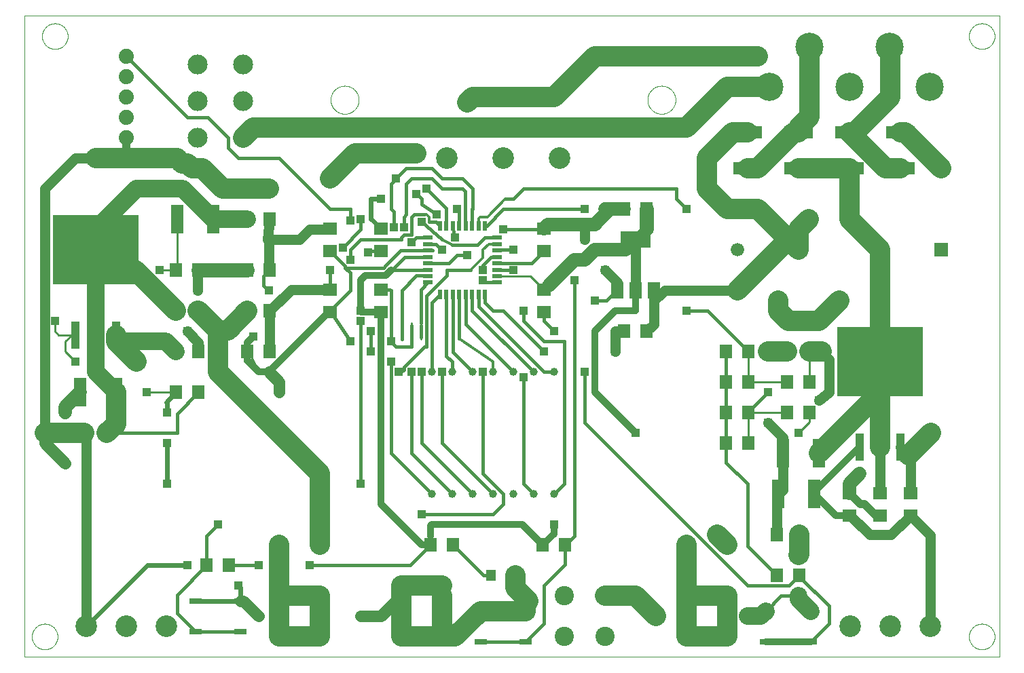
<source format=gtl>
G75*
%MOIN*%
%OFA0B0*%
%FSLAX25Y25*%
%IPPOS*%
%LPD*%
%AMOC8*
5,1,8,0,0,1.08239X$1,22.5*
%
%ADD10C,0.00000*%
%ADD11R,0.06299X0.07087*%
%ADD12R,0.42126X0.33858*%
%ADD13R,0.04331X0.13780*%
%ADD14R,0.07087X0.06299*%
%ADD15C,0.10630*%
%ADD16R,0.14173X0.05906*%
%ADD17C,0.09449*%
%ADD18R,0.05000X0.02200*%
%ADD19R,0.02200X0.05000*%
%ADD20C,0.07400*%
%ADD21R,0.06000X0.03000*%
%ADD22C,0.01772*%
%ADD23C,0.01000*%
%ADD24C,0.03969*%
%ADD25C,0.06600*%
%ADD26R,0.06500X0.06500*%
%ADD27R,0.14961X0.07874*%
%ADD28R,0.05906X0.07874*%
%ADD29C,0.09774*%
%ADD30R,0.04724X0.05512*%
%ADD31R,0.05906X0.14173*%
%ADD32C,0.13843*%
%ADD33C,0.10000*%
%ADD34R,0.03962X0.03962*%
%ADD35C,0.05000*%
%ADD36C,0.08600*%
%ADD37C,0.06600*%
%ADD38C,0.01600*%
%ADD39C,0.04000*%
%ADD40C,0.02400*%
%ADD41C,0.05600*%
%ADD42C,0.03200*%
%ADD43C,0.07000*%
%ADD44C,0.01200*%
D10*
X0001000Y0053927D02*
X0001000Y0368888D01*
X0479701Y0368888D01*
X0479701Y0053927D01*
X0001000Y0053927D01*
X0004701Y0063927D02*
X0004703Y0064085D01*
X0004709Y0064243D01*
X0004719Y0064401D01*
X0004733Y0064559D01*
X0004751Y0064716D01*
X0004772Y0064873D01*
X0004798Y0065029D01*
X0004828Y0065185D01*
X0004861Y0065340D01*
X0004899Y0065493D01*
X0004940Y0065646D01*
X0004985Y0065798D01*
X0005034Y0065949D01*
X0005087Y0066098D01*
X0005143Y0066246D01*
X0005203Y0066392D01*
X0005267Y0066537D01*
X0005335Y0066680D01*
X0005406Y0066822D01*
X0005480Y0066962D01*
X0005558Y0067099D01*
X0005640Y0067235D01*
X0005724Y0067369D01*
X0005813Y0067500D01*
X0005904Y0067629D01*
X0005999Y0067756D01*
X0006096Y0067881D01*
X0006197Y0068003D01*
X0006301Y0068122D01*
X0006408Y0068239D01*
X0006518Y0068353D01*
X0006631Y0068464D01*
X0006746Y0068573D01*
X0006864Y0068678D01*
X0006985Y0068780D01*
X0007108Y0068880D01*
X0007234Y0068976D01*
X0007362Y0069069D01*
X0007492Y0069159D01*
X0007625Y0069245D01*
X0007760Y0069329D01*
X0007896Y0069408D01*
X0008035Y0069485D01*
X0008176Y0069557D01*
X0008318Y0069627D01*
X0008462Y0069692D01*
X0008608Y0069754D01*
X0008755Y0069812D01*
X0008904Y0069867D01*
X0009054Y0069918D01*
X0009205Y0069965D01*
X0009357Y0070008D01*
X0009510Y0070047D01*
X0009665Y0070083D01*
X0009820Y0070114D01*
X0009976Y0070142D01*
X0010132Y0070166D01*
X0010289Y0070186D01*
X0010447Y0070202D01*
X0010604Y0070214D01*
X0010763Y0070222D01*
X0010921Y0070226D01*
X0011079Y0070226D01*
X0011237Y0070222D01*
X0011396Y0070214D01*
X0011553Y0070202D01*
X0011711Y0070186D01*
X0011868Y0070166D01*
X0012024Y0070142D01*
X0012180Y0070114D01*
X0012335Y0070083D01*
X0012490Y0070047D01*
X0012643Y0070008D01*
X0012795Y0069965D01*
X0012946Y0069918D01*
X0013096Y0069867D01*
X0013245Y0069812D01*
X0013392Y0069754D01*
X0013538Y0069692D01*
X0013682Y0069627D01*
X0013824Y0069557D01*
X0013965Y0069485D01*
X0014104Y0069408D01*
X0014240Y0069329D01*
X0014375Y0069245D01*
X0014508Y0069159D01*
X0014638Y0069069D01*
X0014766Y0068976D01*
X0014892Y0068880D01*
X0015015Y0068780D01*
X0015136Y0068678D01*
X0015254Y0068573D01*
X0015369Y0068464D01*
X0015482Y0068353D01*
X0015592Y0068239D01*
X0015699Y0068122D01*
X0015803Y0068003D01*
X0015904Y0067881D01*
X0016001Y0067756D01*
X0016096Y0067629D01*
X0016187Y0067500D01*
X0016276Y0067369D01*
X0016360Y0067235D01*
X0016442Y0067099D01*
X0016520Y0066962D01*
X0016594Y0066822D01*
X0016665Y0066680D01*
X0016733Y0066537D01*
X0016797Y0066392D01*
X0016857Y0066246D01*
X0016913Y0066098D01*
X0016966Y0065949D01*
X0017015Y0065798D01*
X0017060Y0065646D01*
X0017101Y0065493D01*
X0017139Y0065340D01*
X0017172Y0065185D01*
X0017202Y0065029D01*
X0017228Y0064873D01*
X0017249Y0064716D01*
X0017267Y0064559D01*
X0017281Y0064401D01*
X0017291Y0064243D01*
X0017297Y0064085D01*
X0017299Y0063927D01*
X0017297Y0063769D01*
X0017291Y0063611D01*
X0017281Y0063453D01*
X0017267Y0063295D01*
X0017249Y0063138D01*
X0017228Y0062981D01*
X0017202Y0062825D01*
X0017172Y0062669D01*
X0017139Y0062514D01*
X0017101Y0062361D01*
X0017060Y0062208D01*
X0017015Y0062056D01*
X0016966Y0061905D01*
X0016913Y0061756D01*
X0016857Y0061608D01*
X0016797Y0061462D01*
X0016733Y0061317D01*
X0016665Y0061174D01*
X0016594Y0061032D01*
X0016520Y0060892D01*
X0016442Y0060755D01*
X0016360Y0060619D01*
X0016276Y0060485D01*
X0016187Y0060354D01*
X0016096Y0060225D01*
X0016001Y0060098D01*
X0015904Y0059973D01*
X0015803Y0059851D01*
X0015699Y0059732D01*
X0015592Y0059615D01*
X0015482Y0059501D01*
X0015369Y0059390D01*
X0015254Y0059281D01*
X0015136Y0059176D01*
X0015015Y0059074D01*
X0014892Y0058974D01*
X0014766Y0058878D01*
X0014638Y0058785D01*
X0014508Y0058695D01*
X0014375Y0058609D01*
X0014240Y0058525D01*
X0014104Y0058446D01*
X0013965Y0058369D01*
X0013824Y0058297D01*
X0013682Y0058227D01*
X0013538Y0058162D01*
X0013392Y0058100D01*
X0013245Y0058042D01*
X0013096Y0057987D01*
X0012946Y0057936D01*
X0012795Y0057889D01*
X0012643Y0057846D01*
X0012490Y0057807D01*
X0012335Y0057771D01*
X0012180Y0057740D01*
X0012024Y0057712D01*
X0011868Y0057688D01*
X0011711Y0057668D01*
X0011553Y0057652D01*
X0011396Y0057640D01*
X0011237Y0057632D01*
X0011079Y0057628D01*
X0010921Y0057628D01*
X0010763Y0057632D01*
X0010604Y0057640D01*
X0010447Y0057652D01*
X0010289Y0057668D01*
X0010132Y0057688D01*
X0009976Y0057712D01*
X0009820Y0057740D01*
X0009665Y0057771D01*
X0009510Y0057807D01*
X0009357Y0057846D01*
X0009205Y0057889D01*
X0009054Y0057936D01*
X0008904Y0057987D01*
X0008755Y0058042D01*
X0008608Y0058100D01*
X0008462Y0058162D01*
X0008318Y0058227D01*
X0008176Y0058297D01*
X0008035Y0058369D01*
X0007896Y0058446D01*
X0007760Y0058525D01*
X0007625Y0058609D01*
X0007492Y0058695D01*
X0007362Y0058785D01*
X0007234Y0058878D01*
X0007108Y0058974D01*
X0006985Y0059074D01*
X0006864Y0059176D01*
X0006746Y0059281D01*
X0006631Y0059390D01*
X0006518Y0059501D01*
X0006408Y0059615D01*
X0006301Y0059732D01*
X0006197Y0059851D01*
X0006096Y0059973D01*
X0005999Y0060098D01*
X0005904Y0060225D01*
X0005813Y0060354D01*
X0005724Y0060485D01*
X0005640Y0060619D01*
X0005558Y0060755D01*
X0005480Y0060892D01*
X0005406Y0061032D01*
X0005335Y0061174D01*
X0005267Y0061317D01*
X0005203Y0061462D01*
X0005143Y0061608D01*
X0005087Y0061756D01*
X0005034Y0061905D01*
X0004985Y0062056D01*
X0004940Y0062208D01*
X0004899Y0062361D01*
X0004861Y0062514D01*
X0004828Y0062669D01*
X0004798Y0062825D01*
X0004772Y0062981D01*
X0004751Y0063138D01*
X0004733Y0063295D01*
X0004719Y0063453D01*
X0004709Y0063611D01*
X0004703Y0063769D01*
X0004701Y0063927D01*
X0232900Y0241053D02*
X0248126Y0241053D01*
X0248500Y0241427D01*
X0253500Y0236427D01*
X0306866Y0327667D02*
X0306868Y0327836D01*
X0306874Y0328005D01*
X0306885Y0328174D01*
X0306899Y0328342D01*
X0306918Y0328510D01*
X0306941Y0328678D01*
X0306967Y0328845D01*
X0306998Y0329011D01*
X0307033Y0329177D01*
X0307072Y0329341D01*
X0307116Y0329505D01*
X0307163Y0329667D01*
X0307214Y0329828D01*
X0307269Y0329988D01*
X0307328Y0330147D01*
X0307390Y0330304D01*
X0307457Y0330459D01*
X0307528Y0330613D01*
X0307602Y0330765D01*
X0307680Y0330915D01*
X0307761Y0331063D01*
X0307846Y0331209D01*
X0307935Y0331353D01*
X0308027Y0331495D01*
X0308123Y0331634D01*
X0308222Y0331771D01*
X0308324Y0331906D01*
X0308430Y0332038D01*
X0308539Y0332167D01*
X0308651Y0332294D01*
X0308766Y0332418D01*
X0308884Y0332539D01*
X0309005Y0332657D01*
X0309129Y0332772D01*
X0309256Y0332884D01*
X0309385Y0332993D01*
X0309517Y0333099D01*
X0309652Y0333201D01*
X0309789Y0333300D01*
X0309928Y0333396D01*
X0310070Y0333488D01*
X0310214Y0333577D01*
X0310360Y0333662D01*
X0310508Y0333743D01*
X0310658Y0333821D01*
X0310810Y0333895D01*
X0310964Y0333966D01*
X0311119Y0334033D01*
X0311276Y0334095D01*
X0311435Y0334154D01*
X0311595Y0334209D01*
X0311756Y0334260D01*
X0311918Y0334307D01*
X0312082Y0334351D01*
X0312246Y0334390D01*
X0312412Y0334425D01*
X0312578Y0334456D01*
X0312745Y0334482D01*
X0312913Y0334505D01*
X0313081Y0334524D01*
X0313249Y0334538D01*
X0313418Y0334549D01*
X0313587Y0334555D01*
X0313756Y0334557D01*
X0313925Y0334555D01*
X0314094Y0334549D01*
X0314263Y0334538D01*
X0314431Y0334524D01*
X0314599Y0334505D01*
X0314767Y0334482D01*
X0314934Y0334456D01*
X0315100Y0334425D01*
X0315266Y0334390D01*
X0315430Y0334351D01*
X0315594Y0334307D01*
X0315756Y0334260D01*
X0315917Y0334209D01*
X0316077Y0334154D01*
X0316236Y0334095D01*
X0316393Y0334033D01*
X0316548Y0333966D01*
X0316702Y0333895D01*
X0316854Y0333821D01*
X0317004Y0333743D01*
X0317152Y0333662D01*
X0317298Y0333577D01*
X0317442Y0333488D01*
X0317584Y0333396D01*
X0317723Y0333300D01*
X0317860Y0333201D01*
X0317995Y0333099D01*
X0318127Y0332993D01*
X0318256Y0332884D01*
X0318383Y0332772D01*
X0318507Y0332657D01*
X0318628Y0332539D01*
X0318746Y0332418D01*
X0318861Y0332294D01*
X0318973Y0332167D01*
X0319082Y0332038D01*
X0319188Y0331906D01*
X0319290Y0331771D01*
X0319389Y0331634D01*
X0319485Y0331495D01*
X0319577Y0331353D01*
X0319666Y0331209D01*
X0319751Y0331063D01*
X0319832Y0330915D01*
X0319910Y0330765D01*
X0319984Y0330613D01*
X0320055Y0330459D01*
X0320122Y0330304D01*
X0320184Y0330147D01*
X0320243Y0329988D01*
X0320298Y0329828D01*
X0320349Y0329667D01*
X0320396Y0329505D01*
X0320440Y0329341D01*
X0320479Y0329177D01*
X0320514Y0329011D01*
X0320545Y0328845D01*
X0320571Y0328678D01*
X0320594Y0328510D01*
X0320613Y0328342D01*
X0320627Y0328174D01*
X0320638Y0328005D01*
X0320644Y0327836D01*
X0320646Y0327667D01*
X0320644Y0327498D01*
X0320638Y0327329D01*
X0320627Y0327160D01*
X0320613Y0326992D01*
X0320594Y0326824D01*
X0320571Y0326656D01*
X0320545Y0326489D01*
X0320514Y0326323D01*
X0320479Y0326157D01*
X0320440Y0325993D01*
X0320396Y0325829D01*
X0320349Y0325667D01*
X0320298Y0325506D01*
X0320243Y0325346D01*
X0320184Y0325187D01*
X0320122Y0325030D01*
X0320055Y0324875D01*
X0319984Y0324721D01*
X0319910Y0324569D01*
X0319832Y0324419D01*
X0319751Y0324271D01*
X0319666Y0324125D01*
X0319577Y0323981D01*
X0319485Y0323839D01*
X0319389Y0323700D01*
X0319290Y0323563D01*
X0319188Y0323428D01*
X0319082Y0323296D01*
X0318973Y0323167D01*
X0318861Y0323040D01*
X0318746Y0322916D01*
X0318628Y0322795D01*
X0318507Y0322677D01*
X0318383Y0322562D01*
X0318256Y0322450D01*
X0318127Y0322341D01*
X0317995Y0322235D01*
X0317860Y0322133D01*
X0317723Y0322034D01*
X0317584Y0321938D01*
X0317442Y0321846D01*
X0317298Y0321757D01*
X0317152Y0321672D01*
X0317004Y0321591D01*
X0316854Y0321513D01*
X0316702Y0321439D01*
X0316548Y0321368D01*
X0316393Y0321301D01*
X0316236Y0321239D01*
X0316077Y0321180D01*
X0315917Y0321125D01*
X0315756Y0321074D01*
X0315594Y0321027D01*
X0315430Y0320983D01*
X0315266Y0320944D01*
X0315100Y0320909D01*
X0314934Y0320878D01*
X0314767Y0320852D01*
X0314599Y0320829D01*
X0314431Y0320810D01*
X0314263Y0320796D01*
X0314094Y0320785D01*
X0313925Y0320779D01*
X0313756Y0320777D01*
X0313587Y0320779D01*
X0313418Y0320785D01*
X0313249Y0320796D01*
X0313081Y0320810D01*
X0312913Y0320829D01*
X0312745Y0320852D01*
X0312578Y0320878D01*
X0312412Y0320909D01*
X0312246Y0320944D01*
X0312082Y0320983D01*
X0311918Y0321027D01*
X0311756Y0321074D01*
X0311595Y0321125D01*
X0311435Y0321180D01*
X0311276Y0321239D01*
X0311119Y0321301D01*
X0310964Y0321368D01*
X0310810Y0321439D01*
X0310658Y0321513D01*
X0310508Y0321591D01*
X0310360Y0321672D01*
X0310214Y0321757D01*
X0310070Y0321846D01*
X0309928Y0321938D01*
X0309789Y0322034D01*
X0309652Y0322133D01*
X0309517Y0322235D01*
X0309385Y0322341D01*
X0309256Y0322450D01*
X0309129Y0322562D01*
X0309005Y0322677D01*
X0308884Y0322795D01*
X0308766Y0322916D01*
X0308651Y0323040D01*
X0308539Y0323167D01*
X0308430Y0323296D01*
X0308324Y0323428D01*
X0308222Y0323563D01*
X0308123Y0323700D01*
X0308027Y0323839D01*
X0307935Y0323981D01*
X0307846Y0324125D01*
X0307761Y0324271D01*
X0307680Y0324419D01*
X0307602Y0324569D01*
X0307528Y0324721D01*
X0307457Y0324875D01*
X0307390Y0325030D01*
X0307328Y0325187D01*
X0307269Y0325346D01*
X0307214Y0325506D01*
X0307163Y0325667D01*
X0307116Y0325829D01*
X0307072Y0325993D01*
X0307033Y0326157D01*
X0306998Y0326323D01*
X0306967Y0326489D01*
X0306941Y0326656D01*
X0306918Y0326824D01*
X0306899Y0326992D01*
X0306885Y0327160D01*
X0306874Y0327329D01*
X0306868Y0327498D01*
X0306866Y0327667D01*
X0151354Y0327667D02*
X0151356Y0327836D01*
X0151362Y0328005D01*
X0151373Y0328174D01*
X0151387Y0328342D01*
X0151406Y0328510D01*
X0151429Y0328678D01*
X0151455Y0328845D01*
X0151486Y0329011D01*
X0151521Y0329177D01*
X0151560Y0329341D01*
X0151604Y0329505D01*
X0151651Y0329667D01*
X0151702Y0329828D01*
X0151757Y0329988D01*
X0151816Y0330147D01*
X0151878Y0330304D01*
X0151945Y0330459D01*
X0152016Y0330613D01*
X0152090Y0330765D01*
X0152168Y0330915D01*
X0152249Y0331063D01*
X0152334Y0331209D01*
X0152423Y0331353D01*
X0152515Y0331495D01*
X0152611Y0331634D01*
X0152710Y0331771D01*
X0152812Y0331906D01*
X0152918Y0332038D01*
X0153027Y0332167D01*
X0153139Y0332294D01*
X0153254Y0332418D01*
X0153372Y0332539D01*
X0153493Y0332657D01*
X0153617Y0332772D01*
X0153744Y0332884D01*
X0153873Y0332993D01*
X0154005Y0333099D01*
X0154140Y0333201D01*
X0154277Y0333300D01*
X0154416Y0333396D01*
X0154558Y0333488D01*
X0154702Y0333577D01*
X0154848Y0333662D01*
X0154996Y0333743D01*
X0155146Y0333821D01*
X0155298Y0333895D01*
X0155452Y0333966D01*
X0155607Y0334033D01*
X0155764Y0334095D01*
X0155923Y0334154D01*
X0156083Y0334209D01*
X0156244Y0334260D01*
X0156406Y0334307D01*
X0156570Y0334351D01*
X0156734Y0334390D01*
X0156900Y0334425D01*
X0157066Y0334456D01*
X0157233Y0334482D01*
X0157401Y0334505D01*
X0157569Y0334524D01*
X0157737Y0334538D01*
X0157906Y0334549D01*
X0158075Y0334555D01*
X0158244Y0334557D01*
X0158413Y0334555D01*
X0158582Y0334549D01*
X0158751Y0334538D01*
X0158919Y0334524D01*
X0159087Y0334505D01*
X0159255Y0334482D01*
X0159422Y0334456D01*
X0159588Y0334425D01*
X0159754Y0334390D01*
X0159918Y0334351D01*
X0160082Y0334307D01*
X0160244Y0334260D01*
X0160405Y0334209D01*
X0160565Y0334154D01*
X0160724Y0334095D01*
X0160881Y0334033D01*
X0161036Y0333966D01*
X0161190Y0333895D01*
X0161342Y0333821D01*
X0161492Y0333743D01*
X0161640Y0333662D01*
X0161786Y0333577D01*
X0161930Y0333488D01*
X0162072Y0333396D01*
X0162211Y0333300D01*
X0162348Y0333201D01*
X0162483Y0333099D01*
X0162615Y0332993D01*
X0162744Y0332884D01*
X0162871Y0332772D01*
X0162995Y0332657D01*
X0163116Y0332539D01*
X0163234Y0332418D01*
X0163349Y0332294D01*
X0163461Y0332167D01*
X0163570Y0332038D01*
X0163676Y0331906D01*
X0163778Y0331771D01*
X0163877Y0331634D01*
X0163973Y0331495D01*
X0164065Y0331353D01*
X0164154Y0331209D01*
X0164239Y0331063D01*
X0164320Y0330915D01*
X0164398Y0330765D01*
X0164472Y0330613D01*
X0164543Y0330459D01*
X0164610Y0330304D01*
X0164672Y0330147D01*
X0164731Y0329988D01*
X0164786Y0329828D01*
X0164837Y0329667D01*
X0164884Y0329505D01*
X0164928Y0329341D01*
X0164967Y0329177D01*
X0165002Y0329011D01*
X0165033Y0328845D01*
X0165059Y0328678D01*
X0165082Y0328510D01*
X0165101Y0328342D01*
X0165115Y0328174D01*
X0165126Y0328005D01*
X0165132Y0327836D01*
X0165134Y0327667D01*
X0165132Y0327498D01*
X0165126Y0327329D01*
X0165115Y0327160D01*
X0165101Y0326992D01*
X0165082Y0326824D01*
X0165059Y0326656D01*
X0165033Y0326489D01*
X0165002Y0326323D01*
X0164967Y0326157D01*
X0164928Y0325993D01*
X0164884Y0325829D01*
X0164837Y0325667D01*
X0164786Y0325506D01*
X0164731Y0325346D01*
X0164672Y0325187D01*
X0164610Y0325030D01*
X0164543Y0324875D01*
X0164472Y0324721D01*
X0164398Y0324569D01*
X0164320Y0324419D01*
X0164239Y0324271D01*
X0164154Y0324125D01*
X0164065Y0323981D01*
X0163973Y0323839D01*
X0163877Y0323700D01*
X0163778Y0323563D01*
X0163676Y0323428D01*
X0163570Y0323296D01*
X0163461Y0323167D01*
X0163349Y0323040D01*
X0163234Y0322916D01*
X0163116Y0322795D01*
X0162995Y0322677D01*
X0162871Y0322562D01*
X0162744Y0322450D01*
X0162615Y0322341D01*
X0162483Y0322235D01*
X0162348Y0322133D01*
X0162211Y0322034D01*
X0162072Y0321938D01*
X0161930Y0321846D01*
X0161786Y0321757D01*
X0161640Y0321672D01*
X0161492Y0321591D01*
X0161342Y0321513D01*
X0161190Y0321439D01*
X0161036Y0321368D01*
X0160881Y0321301D01*
X0160724Y0321239D01*
X0160565Y0321180D01*
X0160405Y0321125D01*
X0160244Y0321074D01*
X0160082Y0321027D01*
X0159918Y0320983D01*
X0159754Y0320944D01*
X0159588Y0320909D01*
X0159422Y0320878D01*
X0159255Y0320852D01*
X0159087Y0320829D01*
X0158919Y0320810D01*
X0158751Y0320796D01*
X0158582Y0320785D01*
X0158413Y0320779D01*
X0158244Y0320777D01*
X0158075Y0320779D01*
X0157906Y0320785D01*
X0157737Y0320796D01*
X0157569Y0320810D01*
X0157401Y0320829D01*
X0157233Y0320852D01*
X0157066Y0320878D01*
X0156900Y0320909D01*
X0156734Y0320944D01*
X0156570Y0320983D01*
X0156406Y0321027D01*
X0156244Y0321074D01*
X0156083Y0321125D01*
X0155923Y0321180D01*
X0155764Y0321239D01*
X0155607Y0321301D01*
X0155452Y0321368D01*
X0155298Y0321439D01*
X0155146Y0321513D01*
X0154996Y0321591D01*
X0154848Y0321672D01*
X0154702Y0321757D01*
X0154558Y0321846D01*
X0154416Y0321938D01*
X0154277Y0322034D01*
X0154140Y0322133D01*
X0154005Y0322235D01*
X0153873Y0322341D01*
X0153744Y0322450D01*
X0153617Y0322562D01*
X0153493Y0322677D01*
X0153372Y0322795D01*
X0153254Y0322916D01*
X0153139Y0323040D01*
X0153027Y0323167D01*
X0152918Y0323296D01*
X0152812Y0323428D01*
X0152710Y0323563D01*
X0152611Y0323700D01*
X0152515Y0323839D01*
X0152423Y0323981D01*
X0152334Y0324125D01*
X0152249Y0324271D01*
X0152168Y0324419D01*
X0152090Y0324569D01*
X0152016Y0324721D01*
X0151945Y0324875D01*
X0151878Y0325030D01*
X0151816Y0325187D01*
X0151757Y0325346D01*
X0151702Y0325506D01*
X0151651Y0325667D01*
X0151604Y0325829D01*
X0151560Y0325993D01*
X0151521Y0326157D01*
X0151486Y0326323D01*
X0151455Y0326489D01*
X0151429Y0326656D01*
X0151406Y0326824D01*
X0151387Y0326992D01*
X0151373Y0327160D01*
X0151362Y0327329D01*
X0151356Y0327498D01*
X0151354Y0327667D01*
X0009701Y0358927D02*
X0009703Y0359085D01*
X0009709Y0359243D01*
X0009719Y0359401D01*
X0009733Y0359559D01*
X0009751Y0359716D01*
X0009772Y0359873D01*
X0009798Y0360029D01*
X0009828Y0360185D01*
X0009861Y0360340D01*
X0009899Y0360493D01*
X0009940Y0360646D01*
X0009985Y0360798D01*
X0010034Y0360949D01*
X0010087Y0361098D01*
X0010143Y0361246D01*
X0010203Y0361392D01*
X0010267Y0361537D01*
X0010335Y0361680D01*
X0010406Y0361822D01*
X0010480Y0361962D01*
X0010558Y0362099D01*
X0010640Y0362235D01*
X0010724Y0362369D01*
X0010813Y0362500D01*
X0010904Y0362629D01*
X0010999Y0362756D01*
X0011096Y0362881D01*
X0011197Y0363003D01*
X0011301Y0363122D01*
X0011408Y0363239D01*
X0011518Y0363353D01*
X0011631Y0363464D01*
X0011746Y0363573D01*
X0011864Y0363678D01*
X0011985Y0363780D01*
X0012108Y0363880D01*
X0012234Y0363976D01*
X0012362Y0364069D01*
X0012492Y0364159D01*
X0012625Y0364245D01*
X0012760Y0364329D01*
X0012896Y0364408D01*
X0013035Y0364485D01*
X0013176Y0364557D01*
X0013318Y0364627D01*
X0013462Y0364692D01*
X0013608Y0364754D01*
X0013755Y0364812D01*
X0013904Y0364867D01*
X0014054Y0364918D01*
X0014205Y0364965D01*
X0014357Y0365008D01*
X0014510Y0365047D01*
X0014665Y0365083D01*
X0014820Y0365114D01*
X0014976Y0365142D01*
X0015132Y0365166D01*
X0015289Y0365186D01*
X0015447Y0365202D01*
X0015604Y0365214D01*
X0015763Y0365222D01*
X0015921Y0365226D01*
X0016079Y0365226D01*
X0016237Y0365222D01*
X0016396Y0365214D01*
X0016553Y0365202D01*
X0016711Y0365186D01*
X0016868Y0365166D01*
X0017024Y0365142D01*
X0017180Y0365114D01*
X0017335Y0365083D01*
X0017490Y0365047D01*
X0017643Y0365008D01*
X0017795Y0364965D01*
X0017946Y0364918D01*
X0018096Y0364867D01*
X0018245Y0364812D01*
X0018392Y0364754D01*
X0018538Y0364692D01*
X0018682Y0364627D01*
X0018824Y0364557D01*
X0018965Y0364485D01*
X0019104Y0364408D01*
X0019240Y0364329D01*
X0019375Y0364245D01*
X0019508Y0364159D01*
X0019638Y0364069D01*
X0019766Y0363976D01*
X0019892Y0363880D01*
X0020015Y0363780D01*
X0020136Y0363678D01*
X0020254Y0363573D01*
X0020369Y0363464D01*
X0020482Y0363353D01*
X0020592Y0363239D01*
X0020699Y0363122D01*
X0020803Y0363003D01*
X0020904Y0362881D01*
X0021001Y0362756D01*
X0021096Y0362629D01*
X0021187Y0362500D01*
X0021276Y0362369D01*
X0021360Y0362235D01*
X0021442Y0362099D01*
X0021520Y0361962D01*
X0021594Y0361822D01*
X0021665Y0361680D01*
X0021733Y0361537D01*
X0021797Y0361392D01*
X0021857Y0361246D01*
X0021913Y0361098D01*
X0021966Y0360949D01*
X0022015Y0360798D01*
X0022060Y0360646D01*
X0022101Y0360493D01*
X0022139Y0360340D01*
X0022172Y0360185D01*
X0022202Y0360029D01*
X0022228Y0359873D01*
X0022249Y0359716D01*
X0022267Y0359559D01*
X0022281Y0359401D01*
X0022291Y0359243D01*
X0022297Y0359085D01*
X0022299Y0358927D01*
X0022297Y0358769D01*
X0022291Y0358611D01*
X0022281Y0358453D01*
X0022267Y0358295D01*
X0022249Y0358138D01*
X0022228Y0357981D01*
X0022202Y0357825D01*
X0022172Y0357669D01*
X0022139Y0357514D01*
X0022101Y0357361D01*
X0022060Y0357208D01*
X0022015Y0357056D01*
X0021966Y0356905D01*
X0021913Y0356756D01*
X0021857Y0356608D01*
X0021797Y0356462D01*
X0021733Y0356317D01*
X0021665Y0356174D01*
X0021594Y0356032D01*
X0021520Y0355892D01*
X0021442Y0355755D01*
X0021360Y0355619D01*
X0021276Y0355485D01*
X0021187Y0355354D01*
X0021096Y0355225D01*
X0021001Y0355098D01*
X0020904Y0354973D01*
X0020803Y0354851D01*
X0020699Y0354732D01*
X0020592Y0354615D01*
X0020482Y0354501D01*
X0020369Y0354390D01*
X0020254Y0354281D01*
X0020136Y0354176D01*
X0020015Y0354074D01*
X0019892Y0353974D01*
X0019766Y0353878D01*
X0019638Y0353785D01*
X0019508Y0353695D01*
X0019375Y0353609D01*
X0019240Y0353525D01*
X0019104Y0353446D01*
X0018965Y0353369D01*
X0018824Y0353297D01*
X0018682Y0353227D01*
X0018538Y0353162D01*
X0018392Y0353100D01*
X0018245Y0353042D01*
X0018096Y0352987D01*
X0017946Y0352936D01*
X0017795Y0352889D01*
X0017643Y0352846D01*
X0017490Y0352807D01*
X0017335Y0352771D01*
X0017180Y0352740D01*
X0017024Y0352712D01*
X0016868Y0352688D01*
X0016711Y0352668D01*
X0016553Y0352652D01*
X0016396Y0352640D01*
X0016237Y0352632D01*
X0016079Y0352628D01*
X0015921Y0352628D01*
X0015763Y0352632D01*
X0015604Y0352640D01*
X0015447Y0352652D01*
X0015289Y0352668D01*
X0015132Y0352688D01*
X0014976Y0352712D01*
X0014820Y0352740D01*
X0014665Y0352771D01*
X0014510Y0352807D01*
X0014357Y0352846D01*
X0014205Y0352889D01*
X0014054Y0352936D01*
X0013904Y0352987D01*
X0013755Y0353042D01*
X0013608Y0353100D01*
X0013462Y0353162D01*
X0013318Y0353227D01*
X0013176Y0353297D01*
X0013035Y0353369D01*
X0012896Y0353446D01*
X0012760Y0353525D01*
X0012625Y0353609D01*
X0012492Y0353695D01*
X0012362Y0353785D01*
X0012234Y0353878D01*
X0012108Y0353974D01*
X0011985Y0354074D01*
X0011864Y0354176D01*
X0011746Y0354281D01*
X0011631Y0354390D01*
X0011518Y0354501D01*
X0011408Y0354615D01*
X0011301Y0354732D01*
X0011197Y0354851D01*
X0011096Y0354973D01*
X0010999Y0355098D01*
X0010904Y0355225D01*
X0010813Y0355354D01*
X0010724Y0355485D01*
X0010640Y0355619D01*
X0010558Y0355755D01*
X0010480Y0355892D01*
X0010406Y0356032D01*
X0010335Y0356174D01*
X0010267Y0356317D01*
X0010203Y0356462D01*
X0010143Y0356608D01*
X0010087Y0356756D01*
X0010034Y0356905D01*
X0009985Y0357056D01*
X0009940Y0357208D01*
X0009899Y0357361D01*
X0009861Y0357514D01*
X0009828Y0357669D01*
X0009798Y0357825D01*
X0009772Y0357981D01*
X0009751Y0358138D01*
X0009733Y0358295D01*
X0009719Y0358453D01*
X0009709Y0358611D01*
X0009703Y0358769D01*
X0009701Y0358927D01*
X0464701Y0358927D02*
X0464703Y0359085D01*
X0464709Y0359243D01*
X0464719Y0359401D01*
X0464733Y0359559D01*
X0464751Y0359716D01*
X0464772Y0359873D01*
X0464798Y0360029D01*
X0464828Y0360185D01*
X0464861Y0360340D01*
X0464899Y0360493D01*
X0464940Y0360646D01*
X0464985Y0360798D01*
X0465034Y0360949D01*
X0465087Y0361098D01*
X0465143Y0361246D01*
X0465203Y0361392D01*
X0465267Y0361537D01*
X0465335Y0361680D01*
X0465406Y0361822D01*
X0465480Y0361962D01*
X0465558Y0362099D01*
X0465640Y0362235D01*
X0465724Y0362369D01*
X0465813Y0362500D01*
X0465904Y0362629D01*
X0465999Y0362756D01*
X0466096Y0362881D01*
X0466197Y0363003D01*
X0466301Y0363122D01*
X0466408Y0363239D01*
X0466518Y0363353D01*
X0466631Y0363464D01*
X0466746Y0363573D01*
X0466864Y0363678D01*
X0466985Y0363780D01*
X0467108Y0363880D01*
X0467234Y0363976D01*
X0467362Y0364069D01*
X0467492Y0364159D01*
X0467625Y0364245D01*
X0467760Y0364329D01*
X0467896Y0364408D01*
X0468035Y0364485D01*
X0468176Y0364557D01*
X0468318Y0364627D01*
X0468462Y0364692D01*
X0468608Y0364754D01*
X0468755Y0364812D01*
X0468904Y0364867D01*
X0469054Y0364918D01*
X0469205Y0364965D01*
X0469357Y0365008D01*
X0469510Y0365047D01*
X0469665Y0365083D01*
X0469820Y0365114D01*
X0469976Y0365142D01*
X0470132Y0365166D01*
X0470289Y0365186D01*
X0470447Y0365202D01*
X0470604Y0365214D01*
X0470763Y0365222D01*
X0470921Y0365226D01*
X0471079Y0365226D01*
X0471237Y0365222D01*
X0471396Y0365214D01*
X0471553Y0365202D01*
X0471711Y0365186D01*
X0471868Y0365166D01*
X0472024Y0365142D01*
X0472180Y0365114D01*
X0472335Y0365083D01*
X0472490Y0365047D01*
X0472643Y0365008D01*
X0472795Y0364965D01*
X0472946Y0364918D01*
X0473096Y0364867D01*
X0473245Y0364812D01*
X0473392Y0364754D01*
X0473538Y0364692D01*
X0473682Y0364627D01*
X0473824Y0364557D01*
X0473965Y0364485D01*
X0474104Y0364408D01*
X0474240Y0364329D01*
X0474375Y0364245D01*
X0474508Y0364159D01*
X0474638Y0364069D01*
X0474766Y0363976D01*
X0474892Y0363880D01*
X0475015Y0363780D01*
X0475136Y0363678D01*
X0475254Y0363573D01*
X0475369Y0363464D01*
X0475482Y0363353D01*
X0475592Y0363239D01*
X0475699Y0363122D01*
X0475803Y0363003D01*
X0475904Y0362881D01*
X0476001Y0362756D01*
X0476096Y0362629D01*
X0476187Y0362500D01*
X0476276Y0362369D01*
X0476360Y0362235D01*
X0476442Y0362099D01*
X0476520Y0361962D01*
X0476594Y0361822D01*
X0476665Y0361680D01*
X0476733Y0361537D01*
X0476797Y0361392D01*
X0476857Y0361246D01*
X0476913Y0361098D01*
X0476966Y0360949D01*
X0477015Y0360798D01*
X0477060Y0360646D01*
X0477101Y0360493D01*
X0477139Y0360340D01*
X0477172Y0360185D01*
X0477202Y0360029D01*
X0477228Y0359873D01*
X0477249Y0359716D01*
X0477267Y0359559D01*
X0477281Y0359401D01*
X0477291Y0359243D01*
X0477297Y0359085D01*
X0477299Y0358927D01*
X0477297Y0358769D01*
X0477291Y0358611D01*
X0477281Y0358453D01*
X0477267Y0358295D01*
X0477249Y0358138D01*
X0477228Y0357981D01*
X0477202Y0357825D01*
X0477172Y0357669D01*
X0477139Y0357514D01*
X0477101Y0357361D01*
X0477060Y0357208D01*
X0477015Y0357056D01*
X0476966Y0356905D01*
X0476913Y0356756D01*
X0476857Y0356608D01*
X0476797Y0356462D01*
X0476733Y0356317D01*
X0476665Y0356174D01*
X0476594Y0356032D01*
X0476520Y0355892D01*
X0476442Y0355755D01*
X0476360Y0355619D01*
X0476276Y0355485D01*
X0476187Y0355354D01*
X0476096Y0355225D01*
X0476001Y0355098D01*
X0475904Y0354973D01*
X0475803Y0354851D01*
X0475699Y0354732D01*
X0475592Y0354615D01*
X0475482Y0354501D01*
X0475369Y0354390D01*
X0475254Y0354281D01*
X0475136Y0354176D01*
X0475015Y0354074D01*
X0474892Y0353974D01*
X0474766Y0353878D01*
X0474638Y0353785D01*
X0474508Y0353695D01*
X0474375Y0353609D01*
X0474240Y0353525D01*
X0474104Y0353446D01*
X0473965Y0353369D01*
X0473824Y0353297D01*
X0473682Y0353227D01*
X0473538Y0353162D01*
X0473392Y0353100D01*
X0473245Y0353042D01*
X0473096Y0352987D01*
X0472946Y0352936D01*
X0472795Y0352889D01*
X0472643Y0352846D01*
X0472490Y0352807D01*
X0472335Y0352771D01*
X0472180Y0352740D01*
X0472024Y0352712D01*
X0471868Y0352688D01*
X0471711Y0352668D01*
X0471553Y0352652D01*
X0471396Y0352640D01*
X0471237Y0352632D01*
X0471079Y0352628D01*
X0470921Y0352628D01*
X0470763Y0352632D01*
X0470604Y0352640D01*
X0470447Y0352652D01*
X0470289Y0352668D01*
X0470132Y0352688D01*
X0469976Y0352712D01*
X0469820Y0352740D01*
X0469665Y0352771D01*
X0469510Y0352807D01*
X0469357Y0352846D01*
X0469205Y0352889D01*
X0469054Y0352936D01*
X0468904Y0352987D01*
X0468755Y0353042D01*
X0468608Y0353100D01*
X0468462Y0353162D01*
X0468318Y0353227D01*
X0468176Y0353297D01*
X0468035Y0353369D01*
X0467896Y0353446D01*
X0467760Y0353525D01*
X0467625Y0353609D01*
X0467492Y0353695D01*
X0467362Y0353785D01*
X0467234Y0353878D01*
X0467108Y0353974D01*
X0466985Y0354074D01*
X0466864Y0354176D01*
X0466746Y0354281D01*
X0466631Y0354390D01*
X0466518Y0354501D01*
X0466408Y0354615D01*
X0466301Y0354732D01*
X0466197Y0354851D01*
X0466096Y0354973D01*
X0465999Y0355098D01*
X0465904Y0355225D01*
X0465813Y0355354D01*
X0465724Y0355485D01*
X0465640Y0355619D01*
X0465558Y0355755D01*
X0465480Y0355892D01*
X0465406Y0356032D01*
X0465335Y0356174D01*
X0465267Y0356317D01*
X0465203Y0356462D01*
X0465143Y0356608D01*
X0465087Y0356756D01*
X0465034Y0356905D01*
X0464985Y0357056D01*
X0464940Y0357208D01*
X0464899Y0357361D01*
X0464861Y0357514D01*
X0464828Y0357669D01*
X0464798Y0357825D01*
X0464772Y0357981D01*
X0464751Y0358138D01*
X0464733Y0358295D01*
X0464719Y0358453D01*
X0464709Y0358611D01*
X0464703Y0358769D01*
X0464701Y0358927D01*
X0464701Y0063927D02*
X0464703Y0064085D01*
X0464709Y0064243D01*
X0464719Y0064401D01*
X0464733Y0064559D01*
X0464751Y0064716D01*
X0464772Y0064873D01*
X0464798Y0065029D01*
X0464828Y0065185D01*
X0464861Y0065340D01*
X0464899Y0065493D01*
X0464940Y0065646D01*
X0464985Y0065798D01*
X0465034Y0065949D01*
X0465087Y0066098D01*
X0465143Y0066246D01*
X0465203Y0066392D01*
X0465267Y0066537D01*
X0465335Y0066680D01*
X0465406Y0066822D01*
X0465480Y0066962D01*
X0465558Y0067099D01*
X0465640Y0067235D01*
X0465724Y0067369D01*
X0465813Y0067500D01*
X0465904Y0067629D01*
X0465999Y0067756D01*
X0466096Y0067881D01*
X0466197Y0068003D01*
X0466301Y0068122D01*
X0466408Y0068239D01*
X0466518Y0068353D01*
X0466631Y0068464D01*
X0466746Y0068573D01*
X0466864Y0068678D01*
X0466985Y0068780D01*
X0467108Y0068880D01*
X0467234Y0068976D01*
X0467362Y0069069D01*
X0467492Y0069159D01*
X0467625Y0069245D01*
X0467760Y0069329D01*
X0467896Y0069408D01*
X0468035Y0069485D01*
X0468176Y0069557D01*
X0468318Y0069627D01*
X0468462Y0069692D01*
X0468608Y0069754D01*
X0468755Y0069812D01*
X0468904Y0069867D01*
X0469054Y0069918D01*
X0469205Y0069965D01*
X0469357Y0070008D01*
X0469510Y0070047D01*
X0469665Y0070083D01*
X0469820Y0070114D01*
X0469976Y0070142D01*
X0470132Y0070166D01*
X0470289Y0070186D01*
X0470447Y0070202D01*
X0470604Y0070214D01*
X0470763Y0070222D01*
X0470921Y0070226D01*
X0471079Y0070226D01*
X0471237Y0070222D01*
X0471396Y0070214D01*
X0471553Y0070202D01*
X0471711Y0070186D01*
X0471868Y0070166D01*
X0472024Y0070142D01*
X0472180Y0070114D01*
X0472335Y0070083D01*
X0472490Y0070047D01*
X0472643Y0070008D01*
X0472795Y0069965D01*
X0472946Y0069918D01*
X0473096Y0069867D01*
X0473245Y0069812D01*
X0473392Y0069754D01*
X0473538Y0069692D01*
X0473682Y0069627D01*
X0473824Y0069557D01*
X0473965Y0069485D01*
X0474104Y0069408D01*
X0474240Y0069329D01*
X0474375Y0069245D01*
X0474508Y0069159D01*
X0474638Y0069069D01*
X0474766Y0068976D01*
X0474892Y0068880D01*
X0475015Y0068780D01*
X0475136Y0068678D01*
X0475254Y0068573D01*
X0475369Y0068464D01*
X0475482Y0068353D01*
X0475592Y0068239D01*
X0475699Y0068122D01*
X0475803Y0068003D01*
X0475904Y0067881D01*
X0476001Y0067756D01*
X0476096Y0067629D01*
X0476187Y0067500D01*
X0476276Y0067369D01*
X0476360Y0067235D01*
X0476442Y0067099D01*
X0476520Y0066962D01*
X0476594Y0066822D01*
X0476665Y0066680D01*
X0476733Y0066537D01*
X0476797Y0066392D01*
X0476857Y0066246D01*
X0476913Y0066098D01*
X0476966Y0065949D01*
X0477015Y0065798D01*
X0477060Y0065646D01*
X0477101Y0065493D01*
X0477139Y0065340D01*
X0477172Y0065185D01*
X0477202Y0065029D01*
X0477228Y0064873D01*
X0477249Y0064716D01*
X0477267Y0064559D01*
X0477281Y0064401D01*
X0477291Y0064243D01*
X0477297Y0064085D01*
X0477299Y0063927D01*
X0477297Y0063769D01*
X0477291Y0063611D01*
X0477281Y0063453D01*
X0477267Y0063295D01*
X0477249Y0063138D01*
X0477228Y0062981D01*
X0477202Y0062825D01*
X0477172Y0062669D01*
X0477139Y0062514D01*
X0477101Y0062361D01*
X0477060Y0062208D01*
X0477015Y0062056D01*
X0476966Y0061905D01*
X0476913Y0061756D01*
X0476857Y0061608D01*
X0476797Y0061462D01*
X0476733Y0061317D01*
X0476665Y0061174D01*
X0476594Y0061032D01*
X0476520Y0060892D01*
X0476442Y0060755D01*
X0476360Y0060619D01*
X0476276Y0060485D01*
X0476187Y0060354D01*
X0476096Y0060225D01*
X0476001Y0060098D01*
X0475904Y0059973D01*
X0475803Y0059851D01*
X0475699Y0059732D01*
X0475592Y0059615D01*
X0475482Y0059501D01*
X0475369Y0059390D01*
X0475254Y0059281D01*
X0475136Y0059176D01*
X0475015Y0059074D01*
X0474892Y0058974D01*
X0474766Y0058878D01*
X0474638Y0058785D01*
X0474508Y0058695D01*
X0474375Y0058609D01*
X0474240Y0058525D01*
X0474104Y0058446D01*
X0473965Y0058369D01*
X0473824Y0058297D01*
X0473682Y0058227D01*
X0473538Y0058162D01*
X0473392Y0058100D01*
X0473245Y0058042D01*
X0473096Y0057987D01*
X0472946Y0057936D01*
X0472795Y0057889D01*
X0472643Y0057846D01*
X0472490Y0057807D01*
X0472335Y0057771D01*
X0472180Y0057740D01*
X0472024Y0057712D01*
X0471868Y0057688D01*
X0471711Y0057668D01*
X0471553Y0057652D01*
X0471396Y0057640D01*
X0471237Y0057632D01*
X0471079Y0057628D01*
X0470921Y0057628D01*
X0470763Y0057632D01*
X0470604Y0057640D01*
X0470447Y0057652D01*
X0470289Y0057668D01*
X0470132Y0057688D01*
X0469976Y0057712D01*
X0469820Y0057740D01*
X0469665Y0057771D01*
X0469510Y0057807D01*
X0469357Y0057846D01*
X0469205Y0057889D01*
X0469054Y0057936D01*
X0468904Y0057987D01*
X0468755Y0058042D01*
X0468608Y0058100D01*
X0468462Y0058162D01*
X0468318Y0058227D01*
X0468176Y0058297D01*
X0468035Y0058369D01*
X0467896Y0058446D01*
X0467760Y0058525D01*
X0467625Y0058609D01*
X0467492Y0058695D01*
X0467362Y0058785D01*
X0467234Y0058878D01*
X0467108Y0058974D01*
X0466985Y0059074D01*
X0466864Y0059176D01*
X0466746Y0059281D01*
X0466631Y0059390D01*
X0466518Y0059501D01*
X0466408Y0059615D01*
X0466301Y0059732D01*
X0466197Y0059851D01*
X0466096Y0059973D01*
X0465999Y0060098D01*
X0465904Y0060225D01*
X0465813Y0060354D01*
X0465724Y0060485D01*
X0465640Y0060619D01*
X0465558Y0060755D01*
X0465480Y0060892D01*
X0465406Y0061032D01*
X0465335Y0061174D01*
X0465267Y0061317D01*
X0465203Y0061462D01*
X0465143Y0061608D01*
X0465087Y0061756D01*
X0465034Y0061905D01*
X0464985Y0062056D01*
X0464940Y0062208D01*
X0464899Y0062361D01*
X0464861Y0062514D01*
X0464828Y0062669D01*
X0464798Y0062825D01*
X0464772Y0062981D01*
X0464751Y0063138D01*
X0464733Y0063295D01*
X0464719Y0063453D01*
X0464709Y0063611D01*
X0464703Y0063769D01*
X0464701Y0063927D01*
D11*
X0381512Y0093927D03*
X0370488Y0093927D03*
X0370488Y0113927D03*
X0381512Y0113927D03*
X0356512Y0158927D03*
X0345488Y0158927D03*
X0345488Y0173927D03*
X0356512Y0173927D03*
X0356512Y0188927D03*
X0345488Y0188927D03*
X0345488Y0203927D03*
X0356512Y0203927D03*
X0375488Y0203927D03*
X0386512Y0203927D03*
X0386512Y0188927D03*
X0375488Y0188927D03*
X0375488Y0173927D03*
X0386512Y0173927D03*
X0306512Y0213927D03*
X0295488Y0213927D03*
X0295488Y0273927D03*
X0306512Y0273927D03*
X0121512Y0268927D03*
X0110488Y0268927D03*
X0110488Y0243927D03*
X0121512Y0243927D03*
X0121512Y0223927D03*
X0110488Y0223927D03*
X0110488Y0203927D03*
X0121512Y0203927D03*
X0086512Y0203927D03*
X0075488Y0203927D03*
X0075488Y0183927D03*
X0086512Y0183927D03*
X0041512Y0163927D03*
X0030488Y0163927D03*
X0075488Y0223927D03*
X0086512Y0223927D03*
X0086512Y0243927D03*
X0075488Y0243927D03*
X0200488Y0108927D03*
X0211512Y0108927D03*
X0255488Y0108927D03*
X0266512Y0108927D03*
X0101512Y0098927D03*
X0090488Y0098927D03*
D12*
X0036000Y0253927D03*
X0421000Y0198927D03*
D13*
X0421000Y0157195D03*
X0411000Y0157195D03*
X0431000Y0157195D03*
X0046000Y0212195D03*
X0036000Y0212195D03*
X0026000Y0212195D03*
D14*
X0151000Y0223415D03*
X0151000Y0234439D03*
X0151000Y0253415D03*
X0151000Y0264439D03*
X0176000Y0264439D03*
X0176000Y0253415D03*
X0176000Y0234439D03*
X0176000Y0223415D03*
X0256000Y0223415D03*
X0256000Y0234439D03*
X0256000Y0253415D03*
X0256000Y0264439D03*
X0406000Y0134439D03*
X0406000Y0123415D03*
X0421000Y0123415D03*
X0421000Y0134439D03*
X0436000Y0134439D03*
X0436000Y0123415D03*
D15*
X0445685Y0068927D03*
X0426000Y0068927D03*
X0406315Y0068927D03*
X0263559Y0298927D03*
X0236000Y0298927D03*
X0208441Y0298927D03*
X0070685Y0068927D03*
X0051000Y0068927D03*
X0031315Y0068927D03*
D16*
X0356000Y0293927D03*
X0356000Y0311644D03*
X0381000Y0311644D03*
X0381000Y0293927D03*
X0406000Y0293927D03*
X0406000Y0311644D03*
X0431000Y0311644D03*
X0431000Y0293927D03*
D17*
X0346000Y0083927D03*
X0326000Y0083927D03*
X0326000Y0063927D03*
X0346000Y0063927D03*
X0286000Y0063927D03*
X0266000Y0063927D03*
X0266000Y0083927D03*
X0286000Y0083927D03*
X0206000Y0083927D03*
X0186000Y0083927D03*
X0186000Y0063927D03*
X0206000Y0063927D03*
X0146000Y0063927D03*
X0126000Y0063927D03*
X0126000Y0083927D03*
X0146000Y0083927D03*
D18*
X0199100Y0237904D03*
X0199100Y0241053D03*
X0199100Y0244203D03*
X0199100Y0247352D03*
X0199100Y0250502D03*
X0199100Y0253652D03*
X0199100Y0256801D03*
X0199100Y0259951D03*
X0232900Y0259951D03*
X0232900Y0256801D03*
X0232900Y0253652D03*
X0232900Y0250502D03*
X0232900Y0247352D03*
X0232900Y0244203D03*
X0232900Y0241053D03*
X0232900Y0237904D03*
D19*
X0227024Y0232027D03*
X0223874Y0232027D03*
X0220724Y0232027D03*
X0217575Y0232027D03*
X0214425Y0232027D03*
X0211276Y0232027D03*
X0208126Y0232027D03*
X0204976Y0232027D03*
X0204976Y0265827D03*
X0208126Y0265827D03*
X0211276Y0265827D03*
X0214425Y0265827D03*
X0217575Y0265827D03*
X0220724Y0265827D03*
X0223874Y0265827D03*
X0227024Y0265827D03*
D20*
X0051000Y0298927D03*
X0051000Y0308927D03*
X0051000Y0318927D03*
X0051000Y0328927D03*
X0051000Y0338927D03*
X0051000Y0348927D03*
X0126000Y0108927D03*
X0146000Y0108927D03*
X0326000Y0108927D03*
X0346000Y0108927D03*
D21*
X0365000Y0076427D03*
X0365000Y0061427D03*
X0387000Y0061427D03*
X0387000Y0076427D03*
X0247000Y0076427D03*
X0247000Y0061427D03*
X0225000Y0061427D03*
X0225000Y0076427D03*
X0107000Y0081427D03*
X0107000Y0066427D03*
X0085000Y0066427D03*
X0085000Y0081427D03*
D22*
X0186276Y0211063D02*
X0186276Y0216791D01*
X0191000Y0216791D02*
X0191000Y0211063D01*
X0195724Y0211063D02*
X0195724Y0216791D01*
D23*
X0195724Y0217927D02*
X0195724Y0213927D01*
X0195724Y0209927D01*
X0191000Y0209927D02*
X0191000Y0213927D01*
X0191000Y0217927D01*
X0186276Y0217927D02*
X0186276Y0213927D01*
X0186276Y0209927D01*
X0151000Y0223927D02*
X0121000Y0193927D01*
X0116000Y0193927D02*
X0111000Y0203927D01*
X0111000Y0198927D01*
X0075488Y0183927D02*
X0061000Y0183927D01*
X0026000Y0198927D02*
X0021000Y0203927D01*
X0021000Y0208927D01*
X0024268Y0212195D01*
X0026000Y0212195D01*
X0017732Y0212195D01*
X0016000Y0213927D01*
X0016000Y0218927D01*
X0067250Y0243927D02*
X0075488Y0243927D01*
X0076000Y0244439D01*
X0076000Y0268927D01*
X0178500Y0246427D02*
X0186000Y0253927D01*
X0186000Y0253652D01*
X0199100Y0253652D01*
X0232900Y0241053D02*
X0249386Y0241053D01*
X0256000Y0234439D01*
X0253500Y0236427D02*
X0258500Y0236427D01*
X0301000Y0233927D02*
X0301000Y0258927D01*
X0356512Y0203927D02*
X0356512Y0188927D01*
X0375488Y0188927D01*
X0386512Y0188927D02*
X0386512Y0203927D01*
X0386512Y0173927D02*
X0386512Y0169439D01*
X0381000Y0163927D01*
X0375488Y0173927D02*
X0356512Y0173927D01*
X0356512Y0158927D01*
D24*
X0261000Y0133927D03*
X0251000Y0133927D03*
X0241000Y0133927D03*
X0231000Y0133927D03*
X0221000Y0133927D03*
X0211000Y0133927D03*
X0201000Y0133927D03*
X0201000Y0193927D03*
X0211000Y0193927D03*
X0221000Y0193927D03*
X0231000Y0193927D03*
X0241000Y0193927D03*
X0251000Y0193927D03*
X0261000Y0193927D03*
D25*
X0351000Y0253927D03*
X0421000Y0253927D03*
D26*
X0451000Y0253927D03*
X0381000Y0253927D03*
D27*
X0301000Y0258927D03*
D28*
X0301000Y0234124D03*
X0291945Y0234124D03*
X0310055Y0234124D03*
D29*
X0108441Y0308927D03*
X0108441Y0327037D03*
X0108441Y0345148D03*
X0086000Y0345148D03*
X0086000Y0327037D03*
X0086000Y0308927D03*
D30*
X0230094Y0093927D03*
X0241906Y0093927D03*
D31*
X0371000Y0133927D03*
X0388717Y0133927D03*
X0391000Y0153927D03*
X0373283Y0153927D03*
X0093717Y0268927D03*
X0076000Y0268927D03*
X0046000Y0183927D03*
X0028283Y0183927D03*
D32*
X0366630Y0333927D03*
X0386315Y0353612D03*
X0406000Y0333927D03*
X0425685Y0353612D03*
X0445370Y0333927D03*
D33*
X0426000Y0328927D02*
X0426000Y0353297D01*
X0425685Y0353612D01*
X0426000Y0328927D02*
X0408717Y0311644D01*
X0406000Y0311644D01*
X0423717Y0293927D01*
X0431000Y0293927D01*
X0431000Y0311644D02*
X0433283Y0311644D01*
X0451000Y0293927D01*
X0406000Y0293927D02*
X0406000Y0268927D01*
X0421000Y0253927D01*
X0421000Y0198927D01*
X0421000Y0183927D01*
X0391000Y0153927D01*
X0421000Y0157195D02*
X0421000Y0183927D01*
X0446000Y0163927D02*
X0435134Y0153061D01*
X0381512Y0113927D02*
X0381512Y0104439D01*
X0381000Y0103927D01*
X0346000Y0108927D02*
X0341000Y0113927D01*
X0326000Y0108927D02*
X0326000Y0083927D01*
X0326000Y0063927D01*
X0346000Y0063927D01*
X0346000Y0083927D01*
X0326000Y0083927D01*
X0311000Y0073927D02*
X0301000Y0083927D01*
X0286000Y0083927D01*
X0248500Y0081427D02*
X0241906Y0088022D01*
X0241906Y0093927D01*
X0248500Y0081427D02*
X0247000Y0079927D01*
X0247000Y0076427D01*
X0225000Y0076427D01*
X0212500Y0063927D01*
X0206000Y0063927D01*
X0186000Y0063927D01*
X0186000Y0088927D01*
X0206000Y0088927D01*
X0206000Y0083927D02*
X0206000Y0063927D01*
X0146000Y0063927D02*
X0146000Y0083927D01*
X0126000Y0083927D01*
X0126000Y0108927D01*
X0146000Y0108927D02*
X0146000Y0143927D01*
X0096000Y0193927D01*
X0096000Y0214439D01*
X0101000Y0214439D01*
X0110488Y0223927D01*
X0096000Y0214439D02*
X0086512Y0223927D01*
X0086000Y0223927D01*
X0075488Y0223927D02*
X0055488Y0243927D01*
X0036000Y0243927D01*
X0036000Y0253927D01*
X0046000Y0212195D02*
X0046000Y0208927D01*
X0056000Y0198927D01*
X0046000Y0183927D02*
X0046000Y0168415D01*
X0041512Y0163927D01*
X0030488Y0163927D02*
X0011000Y0163927D01*
X0126000Y0083927D02*
X0126000Y0063927D01*
X0146000Y0063927D01*
X0351000Y0233927D02*
X0376000Y0258927D01*
X0361000Y0273927D01*
X0346000Y0273927D01*
X0336000Y0283927D01*
X0336000Y0298927D01*
X0348717Y0311644D01*
X0356000Y0311644D01*
X0356000Y0293927D02*
X0361000Y0293927D01*
X0378717Y0311644D01*
X0381000Y0311644D01*
X0381000Y0313927D01*
X0386315Y0319242D01*
X0386315Y0353612D01*
X0361000Y0348927D02*
X0281000Y0348927D01*
X0261000Y0328927D01*
X0221000Y0328927D01*
X0218500Y0326427D01*
X0193500Y0301427D02*
X0163500Y0301427D01*
X0151000Y0288927D01*
X0121000Y0283927D02*
X0098500Y0283927D01*
X0088500Y0293927D01*
X0083500Y0293927D01*
X0081000Y0296427D01*
X0078500Y0296427D01*
X0076000Y0298927D01*
X0036000Y0298927D01*
X0108441Y0308927D02*
X0113441Y0313927D01*
X0326000Y0313927D01*
X0346000Y0333927D01*
X0366630Y0333927D01*
X0381000Y0293927D02*
X0406000Y0293927D01*
X0386000Y0268927D02*
X0381000Y0263927D01*
X0381000Y0253927D01*
X0376000Y0258927D01*
X0371000Y0228927D02*
X0371000Y0223927D01*
X0376000Y0218927D01*
X0391000Y0218927D01*
X0401000Y0228927D01*
X0392250Y0203927D02*
X0386512Y0203927D01*
X0375488Y0203927D02*
X0366000Y0203927D01*
D34*
X0366000Y0203927D03*
X0366000Y0183927D03*
X0366000Y0168927D03*
X0381000Y0163927D03*
X0391000Y0180177D03*
X0392250Y0203927D03*
X0401000Y0228927D03*
X0371000Y0228927D03*
X0351000Y0233927D03*
X0326000Y0223927D03*
X0291000Y0203927D03*
X0276000Y0193927D03*
X0256000Y0203927D03*
X0261000Y0213927D03*
X0246000Y0223927D03*
X0226000Y0238927D03*
X0226000Y0243927D03*
X0218500Y0251427D03*
X0212250Y0260177D03*
X0206000Y0253927D03*
X0191000Y0257677D03*
X0187250Y0265177D03*
X0182250Y0265177D03*
X0196000Y0267677D03*
X0203500Y0271427D03*
X0213500Y0273927D03*
X0198500Y0283927D03*
X0193500Y0281427D03*
X0183500Y0288927D03*
X0176000Y0278927D03*
X0166000Y0268927D03*
X0161000Y0268415D03*
X0157250Y0255177D03*
X0161000Y0248927D03*
X0169750Y0252677D03*
X0151000Y0243927D03*
X0166000Y0223927D03*
X0166000Y0218927D03*
X0171000Y0213927D03*
X0161000Y0208927D03*
X0171000Y0203927D03*
X0181000Y0198927D03*
X0184750Y0193927D03*
X0191000Y0193927D03*
X0196000Y0193927D03*
X0206000Y0193927D03*
X0226000Y0193927D03*
X0246000Y0191427D03*
X0281000Y0228927D03*
X0271000Y0238927D03*
X0286000Y0243927D03*
X0276000Y0258927D03*
X0276000Y0273927D03*
X0286000Y0273927D03*
X0326000Y0273927D03*
X0386000Y0268927D03*
X0451000Y0293927D03*
X0361000Y0348927D03*
X0241000Y0253927D03*
X0241000Y0243927D03*
X0236000Y0263927D03*
X0193500Y0301427D03*
X0218500Y0326427D03*
X0151000Y0288927D03*
X0121000Y0283927D03*
X0121000Y0233927D03*
X0113500Y0211427D03*
X0086000Y0233927D03*
X0067250Y0243927D03*
X0081000Y0213927D03*
X0056000Y0198927D03*
X0061000Y0183927D03*
X0071000Y0173927D03*
X0071000Y0158927D03*
X0071000Y0138927D03*
X0096000Y0118927D03*
X0081000Y0098927D03*
X0106000Y0088927D03*
X0116000Y0098927D03*
X0141000Y0098927D03*
X0116000Y0073927D03*
X0166000Y0073927D03*
X0196000Y0123927D03*
X0166000Y0138927D03*
X0126000Y0183927D03*
X0181000Y0208927D03*
X0261000Y0118927D03*
X0248500Y0081427D03*
X0311000Y0073927D03*
X0341000Y0113927D03*
X0381000Y0103927D03*
X0381000Y0083927D03*
X0356000Y0073927D03*
X0411000Y0143927D03*
X0446000Y0163927D03*
X0301000Y0163927D03*
X0026000Y0198927D03*
X0016000Y0218927D03*
X0021000Y0173927D03*
X0021000Y0148927D03*
D35*
X0031315Y0163100D02*
X0030488Y0163927D01*
X0031315Y0163100D02*
X0031315Y0068927D01*
X0011000Y0163927D02*
X0011000Y0283927D01*
X0026000Y0298927D01*
X0036000Y0298927D01*
X0051000Y0298927D01*
X0086512Y0243927D02*
X0086000Y0243415D01*
X0086000Y0233927D01*
X0081000Y0213927D02*
X0086512Y0208415D01*
X0086512Y0203927D01*
X0121512Y0203927D02*
X0121512Y0223927D01*
X0132024Y0234439D01*
X0151000Y0234439D01*
X0136000Y0258927D02*
X0121000Y0258927D01*
X0121000Y0244439D01*
X0121512Y0243927D01*
X0121000Y0258927D02*
X0120488Y0258927D01*
X0121512Y0268927D01*
X0136000Y0258927D02*
X0141000Y0263927D01*
X0150488Y0263927D01*
X0151000Y0264439D01*
X0276000Y0266427D02*
X0276000Y0258927D01*
X0286000Y0243927D02*
X0291945Y0237982D01*
X0291945Y0234124D01*
X0301000Y0234124D02*
X0301000Y0258927D01*
X0306512Y0264439D01*
X0310055Y0234124D02*
X0310055Y0228927D01*
X0315252Y0234124D01*
X0335803Y0234124D01*
X0336000Y0233927D01*
X0351000Y0233927D01*
X0392250Y0203927D02*
X0396000Y0200177D01*
X0396000Y0183927D01*
X0391000Y0180177D01*
X0373283Y0161644D02*
X0366000Y0168927D01*
X0373283Y0161644D02*
X0373283Y0153927D01*
X0373283Y0136211D01*
X0371000Y0133927D01*
X0370488Y0133415D01*
X0370488Y0113927D01*
X0406000Y0123415D02*
X0406512Y0123415D01*
X0416000Y0113927D01*
X0426512Y0113927D01*
X0436000Y0123415D01*
X0445685Y0113730D01*
X0445685Y0068927D01*
X0436000Y0134439D02*
X0436000Y0152195D01*
X0435134Y0153061D01*
X0431000Y0157195D01*
X0421000Y0157195D02*
X0421000Y0134439D01*
X0310055Y0217470D02*
X0310055Y0228927D01*
X0310055Y0217470D02*
X0306512Y0213927D01*
X0295488Y0213927D02*
X0291000Y0213927D01*
X0291000Y0203927D01*
D36*
X0381000Y0083927D02*
X0381000Y0082427D01*
X0387000Y0076427D01*
X0365000Y0076427D02*
X0362500Y0073927D01*
X0356000Y0073927D01*
X0110488Y0268927D02*
X0093717Y0268927D01*
X0078717Y0283927D01*
X0056000Y0283927D01*
X0036000Y0263927D01*
X0036000Y0253927D01*
X0036000Y0243927D02*
X0036000Y0212195D01*
X0036000Y0193927D01*
X0046000Y0183927D01*
X0046000Y0208927D02*
X0070488Y0208927D01*
X0075488Y0203927D01*
D37*
X0028283Y0183927D02*
X0021000Y0176644D01*
X0021000Y0173927D01*
X0258500Y0236427D02*
X0271000Y0248927D01*
X0276000Y0248927D01*
X0281000Y0253927D01*
X0296000Y0253927D01*
X0301000Y0258927D01*
X0295488Y0273927D02*
X0286000Y0273927D01*
X0288500Y0273927D02*
X0281000Y0266427D01*
X0276000Y0266427D01*
X0257988Y0266427D01*
X0256000Y0264439D01*
X0288500Y0273927D02*
X0295488Y0273927D01*
X0411000Y0143927D02*
X0406000Y0138927D01*
X0406000Y0134439D01*
D38*
X0381512Y0093927D02*
X0376512Y0088927D01*
X0356000Y0088927D01*
X0276000Y0168927D01*
X0276000Y0193927D01*
X0261000Y0193927D02*
X0256000Y0193927D01*
X0223874Y0226053D01*
X0223874Y0232027D01*
X0220724Y0232027D02*
X0220724Y0224203D01*
X0251000Y0193927D01*
X0246000Y0191427D02*
X0246000Y0138927D01*
X0251000Y0133927D01*
X0261000Y0133927D02*
X0266000Y0138927D01*
X0266000Y0208927D01*
X0256000Y0208927D01*
X0246000Y0218927D01*
X0246000Y0223927D01*
X0236000Y0223927D02*
X0231000Y0223927D01*
X0227024Y0227904D01*
X0227024Y0232027D01*
X0227024Y0237904D02*
X0226000Y0238927D01*
X0227024Y0237904D02*
X0232900Y0237904D01*
X0233176Y0243927D02*
X0232900Y0244203D01*
X0233176Y0243927D02*
X0241000Y0243927D01*
X0232900Y0247352D02*
X0249937Y0247352D01*
X0256000Y0253415D01*
X0255488Y0263927D02*
X0256000Y0264439D01*
X0255488Y0263927D02*
X0236000Y0263927D01*
X0232900Y0259951D02*
X0227024Y0259951D01*
X0223500Y0256427D01*
X0211000Y0256427D01*
X0212250Y0260177D02*
X0211000Y0265552D01*
X0211276Y0265827D01*
X0214425Y0265827D02*
X0214425Y0273002D01*
X0213500Y0273927D01*
X0208126Y0274301D02*
X0198500Y0283927D01*
X0196000Y0278927D02*
X0193500Y0281427D01*
X0196000Y0278927D02*
X0196000Y0276427D01*
X0203500Y0271427D01*
X0203126Y0267677D02*
X0199750Y0267677D01*
X0203126Y0267677D02*
X0204976Y0265827D01*
X0208126Y0265827D02*
X0208126Y0274301D01*
X0197250Y0271427D02*
X0192250Y0271427D01*
X0191000Y0270177D01*
X0191000Y0261427D01*
X0187250Y0261427D01*
X0186000Y0260177D01*
X0186000Y0258927D01*
X0166000Y0258927D01*
X0161000Y0253927D01*
X0161000Y0248927D01*
X0158500Y0245915D02*
X0158500Y0245177D01*
X0161000Y0242677D01*
X0161000Y0233927D01*
X0151000Y0223927D01*
X0161000Y0208927D01*
X0171000Y0203927D02*
X0171000Y0213927D01*
X0166000Y0218927D02*
X0166000Y0138927D01*
X0181000Y0153927D02*
X0181000Y0198927D01*
X0184750Y0193927D02*
X0186000Y0193927D01*
X0187250Y0195177D01*
X0187250Y0196427D01*
X0197250Y0206427D01*
X0198500Y0206427D01*
X0198500Y0231427D01*
X0208500Y0241427D01*
X0208500Y0243927D01*
X0220026Y0243927D01*
X0226000Y0243927D02*
X0226000Y0246427D01*
X0230075Y0250502D01*
X0232900Y0250502D01*
X0232900Y0253652D02*
X0233176Y0253927D01*
X0241000Y0253927D01*
X0227900Y0265827D02*
X0227024Y0265827D01*
X0227900Y0265827D02*
X0236000Y0273927D01*
X0276000Y0273927D01*
X0246000Y0283927D02*
X0321000Y0283927D01*
X0321000Y0278927D01*
X0326000Y0273927D01*
X0291945Y0234124D02*
X0286748Y0228927D01*
X0281000Y0228927D01*
X0271000Y0238927D02*
X0271000Y0113415D01*
X0266512Y0108927D01*
X0266512Y0099439D01*
X0256000Y0088927D01*
X0256000Y0070427D01*
X0247000Y0061427D01*
X0225000Y0061427D01*
X0226512Y0093927D02*
X0230094Y0093927D01*
X0226512Y0093927D02*
X0211512Y0108927D01*
X0200488Y0108927D02*
X0190488Y0098927D01*
X0141000Y0098927D01*
X0116000Y0098927D02*
X0101512Y0098927D01*
X0090488Y0098927D02*
X0090488Y0113415D01*
X0096000Y0118927D01*
X0090488Y0098927D02*
X0076000Y0084439D01*
X0076000Y0075427D01*
X0085000Y0066427D01*
X0107000Y0066427D01*
X0196000Y0123927D02*
X0231000Y0123927D01*
X0236000Y0128927D01*
X0236000Y0133927D01*
X0226000Y0143927D01*
X0226000Y0193927D01*
X0221000Y0193927D02*
X0211276Y0203652D01*
X0211276Y0232027D01*
X0214425Y0232027D02*
X0214425Y0210502D01*
X0217575Y0217352D02*
X0217575Y0232027D01*
X0208126Y0232027D02*
X0208126Y0201801D01*
X0211000Y0198927D01*
X0211000Y0193927D01*
X0206000Y0193927D02*
X0206000Y0158927D01*
X0231000Y0133927D01*
X0221000Y0133927D02*
X0196000Y0158927D01*
X0196000Y0193927D01*
X0191000Y0193927D02*
X0191000Y0153927D01*
X0211000Y0133927D01*
X0201000Y0133927D02*
X0181000Y0153927D01*
X0201000Y0193927D02*
X0201000Y0228051D01*
X0204976Y0232027D01*
X0199100Y0237904D02*
X0195724Y0234528D01*
X0195724Y0217927D01*
X0191000Y0209927D02*
X0191000Y0206427D01*
X0183500Y0206427D01*
X0181000Y0208927D01*
X0181000Y0233927D01*
X0180488Y0234439D01*
X0176000Y0234439D01*
X0186276Y0234203D02*
X0193500Y0241427D01*
X0198726Y0241427D01*
X0199100Y0241053D01*
X0199100Y0244203D02*
X0181276Y0244203D01*
X0181000Y0243927D01*
X0181276Y0244203D02*
X0187575Y0250502D01*
X0199100Y0250502D01*
X0199100Y0253652D02*
X0185724Y0253652D01*
X0178500Y0246427D01*
X0177250Y0245177D01*
X0158500Y0245177D01*
X0158500Y0245915D02*
X0151000Y0253415D01*
X0157250Y0255177D02*
X0166000Y0263927D01*
X0166000Y0268927D01*
X0161000Y0268927D02*
X0161000Y0273927D01*
X0151000Y0273927D01*
X0126000Y0298927D01*
X0106000Y0298927D01*
X0101000Y0303927D01*
X0101000Y0308927D01*
X0091000Y0318927D01*
X0081000Y0318927D01*
X0051000Y0348927D01*
X0161000Y0268927D02*
X0161000Y0268415D01*
X0170488Y0253415D02*
X0169750Y0252677D01*
X0170488Y0253415D02*
X0176000Y0253415D01*
X0182250Y0265177D02*
X0182250Y0272677D01*
X0181000Y0273927D01*
X0181000Y0286427D01*
X0183500Y0288927D01*
X0188500Y0293927D01*
X0201000Y0293927D01*
X0206000Y0288927D01*
X0216000Y0288927D01*
X0221000Y0283927D01*
X0221000Y0274203D01*
X0220724Y0273927D01*
X0220724Y0265827D01*
X0217575Y0265827D02*
X0217250Y0265827D01*
X0217250Y0282677D01*
X0216000Y0283927D01*
X0206000Y0283927D01*
X0201000Y0288927D01*
X0191000Y0288927D01*
X0188500Y0286427D01*
X0188500Y0271427D01*
X0187250Y0270177D01*
X0187250Y0265177D01*
X0193274Y0259951D02*
X0191000Y0257677D01*
X0193274Y0259951D02*
X0199100Y0259951D01*
X0199100Y0256801D02*
X0203126Y0256801D01*
X0206000Y0253927D01*
X0201276Y0253652D02*
X0199100Y0253652D01*
X0199100Y0247352D02*
X0209425Y0247352D01*
X0213500Y0251427D01*
X0218500Y0251427D01*
X0206000Y0258927D02*
X0196000Y0267677D01*
X0186276Y0234203D02*
X0186276Y0209927D01*
X0217575Y0217352D02*
X0241000Y0193927D01*
X0256000Y0203927D02*
X0236000Y0223927D01*
X0256000Y0223415D02*
X0256000Y0218927D01*
X0261000Y0213927D01*
X0326000Y0223927D02*
X0336512Y0223927D01*
X0356512Y0203927D01*
X0345488Y0203927D02*
X0345488Y0188927D01*
X0345488Y0173927D01*
X0345488Y0158927D01*
X0345488Y0149439D01*
X0356000Y0138927D01*
X0356000Y0108415D01*
X0370488Y0093927D01*
X0372500Y0083927D02*
X0365000Y0076427D01*
X0372500Y0083927D02*
X0381000Y0083927D01*
X0381512Y0093415D02*
X0381512Y0093927D01*
X0381512Y0093415D02*
X0396000Y0078927D01*
X0396000Y0070427D01*
X0387000Y0061427D01*
X0356512Y0173927D02*
X0356512Y0174439D01*
X0366000Y0183927D01*
X0246000Y0283927D02*
X0241000Y0278927D01*
X0236974Y0278927D01*
X0151000Y0243927D02*
X0151000Y0234439D01*
X0121000Y0233927D02*
X0118500Y0236427D01*
X0118500Y0240915D01*
X0121512Y0243927D01*
X0086512Y0183927D02*
X0076000Y0173415D01*
X0076000Y0163927D01*
X0041512Y0163927D01*
X0200488Y0113415D02*
X0200488Y0108927D01*
D39*
X0406000Y0134439D02*
X0411512Y0128927D01*
X0413500Y0128927D01*
X0419012Y0123415D01*
X0421000Y0123415D01*
X0051000Y0298927D02*
X0051000Y0308927D01*
D40*
X0171000Y0278927D02*
X0171000Y0268927D01*
X0171512Y0268927D01*
X0176000Y0264439D01*
X0176000Y0278927D02*
X0171000Y0278927D01*
X0075488Y0183927D02*
X0070685Y0179124D01*
X0071000Y0178809D01*
X0071000Y0173927D01*
X0071000Y0158927D02*
X0071000Y0138927D01*
X0061315Y0098927D02*
X0081000Y0098927D01*
X0061315Y0098927D02*
X0031315Y0068927D01*
X0085000Y0081427D02*
X0107000Y0081427D01*
X0107000Y0087927D01*
X0106000Y0088927D01*
D41*
X0107000Y0081427D02*
X0108500Y0081427D01*
X0116000Y0073927D01*
X0166000Y0073927D02*
X0176000Y0073927D01*
X0186000Y0083927D01*
X0126000Y0183927D02*
X0126000Y0188927D01*
X0121000Y0193927D01*
X0021000Y0148927D02*
X0011000Y0158927D01*
X0011000Y0163927D01*
D42*
X0110488Y0199439D02*
X0110488Y0203927D01*
X0110488Y0208415D01*
X0113500Y0211427D01*
X0110488Y0199439D02*
X0111000Y0198927D01*
X0116000Y0193927D01*
X0121000Y0193927D01*
X0150488Y0223415D01*
X0151000Y0223415D01*
X0166000Y0223927D02*
X0166000Y0238927D01*
X0168500Y0241427D01*
X0178500Y0241427D01*
X0181000Y0243927D01*
X0176000Y0223415D02*
X0166512Y0223415D01*
X0166000Y0223927D01*
X0176000Y0223415D02*
X0176000Y0128927D01*
X0196000Y0108927D01*
X0200488Y0108927D01*
X0200488Y0113415D02*
X0200488Y0118415D01*
X0201000Y0118927D01*
X0245488Y0118927D01*
X0255488Y0108927D01*
X0261000Y0114439D01*
X0261000Y0118927D01*
X0301000Y0163927D02*
X0281000Y0183927D01*
X0281000Y0213927D01*
X0291000Y0223927D01*
X0301000Y0223927D01*
X0301000Y0233927D01*
X0388717Y0134911D02*
X0411000Y0157195D01*
X0388717Y0134911D02*
X0388717Y0133927D01*
X0399228Y0123415D01*
X0406000Y0123415D01*
X0387000Y0061427D02*
X0365000Y0061427D01*
D43*
X0306512Y0264439D02*
X0306512Y0273927D01*
X0110488Y0243927D02*
X0086512Y0243927D01*
D44*
X0197250Y0271427D02*
X0198500Y0271427D01*
X0199750Y0270177D01*
X0199750Y0267677D01*
X0206000Y0258927D02*
X0211000Y0256427D01*
X0220026Y0243927D02*
X0226000Y0249901D01*
X0226000Y0253927D01*
X0228874Y0256801D01*
X0232900Y0256801D01*
X0223874Y0265827D02*
X0223874Y0269301D01*
X0224750Y0270177D01*
X0228224Y0270177D01*
X0236974Y0278927D01*
X0214425Y0210502D02*
X0231000Y0198927D01*
X0231000Y0193927D01*
M02*

</source>
